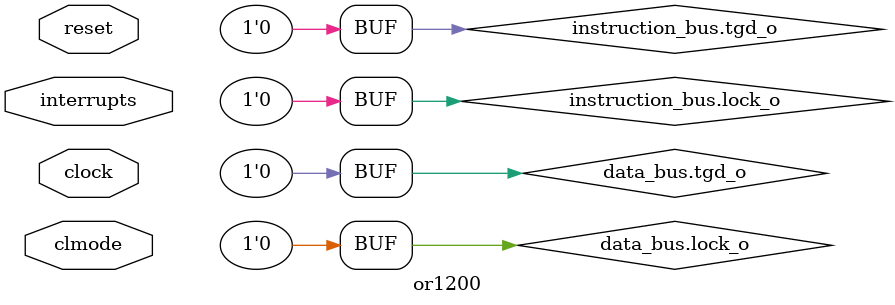
<source format=sv>

interface powerManagement;
	logic		cpustall;
	logic	[3:0]	clksd;
	logic		dc_gate;
	logic		ic_gate;
	logic		dmmu_gate;
	logic		immu_gate;
	logic		tt_gate;
	logic		cpu_gate;
	logic		wakeup;
	logic		lvolt;
	
	modport processor(
		input	cpustall,
		output	clksd,
		output	dc_gate,
		output	ic_gate,
		output	dmmu_gate,
		output	immu_gate,
		output	tt_gate,
		output	cpu_gate,
		output	wakeup,
		output	lvolt
	);
	modport peripheral(
		output	cpustall,
		input	clksd,
		input	dc_gate,
		input	ic_gate,
		input	dmmu_gate,
		input	immu_gate,
		input	tt_gate,
		input	cpu_gate,
		input	wakeup,
		input	lvolt
	);
endinterface

interface debug
#(
	parameter	ADDRESS_WIDTH =	32,
	parameter	DATA_WIDTH =	32
);
	logic		stall;// External Stall Input
	logic		ewt;// External Watchpoint Trigger Input
	logic	[3:0]	lss;// External Load/Store Unit Status
	logic	[1:0]	is;// External Insn Fetch Status
	logic	[10:0]	wp;// Watchpoints Outputs
	logic		bp;// Breakpoint Output
	logic		stb;// External Address/Data Strobe
	logic		we;// External Write Enable
	logic	[ADDRESS_WIDTH-1:0]	adr;// External Address Input
	logic	[DATA_WIDTH-1:0]	datI;// External Data Input
	logic	[DATA_WIDTH-1:0]	datO;// External Data Output
	logic		ack;// External Data Acknowledge (not WB compatible)
	
	modport processor(
		input		stall,
		input		ewt,
		output		lss,
		output		is,
		output		wp,
		output		bp,
		input		stb,
		input		we,
		input		adr,
		input		datI,
		output		datO,
		output		ack
	);
	modport peripheral(
		output		stall,
		output		ewt,
		input		lss,
		input		is,
		input		wp,
		input		bp,
		output		stb,
		output		we,
		output		adr,
		output		datI,
		input		datO,
		input		ack
	);
endinterface

module or1200 (
	//System
	input	logic		clock,
	input	logic		reset,
	input	logic	[19:0]	interrupts,
	//clmode: 00 WB=RISC, 01 WB=RISC/2, 10 N/A, 11 WB=RISC/4
	input	logic	[1:0]	clmode,
	debug.processor		debugInterface,
	wishboneMaster.master	instruction_bus,
	wishboneMaster.master	data_bus,
	powerManagement.processor pmInterface
);

or1200_top processor(
	.clk_i(clock),
	.rst_i(reset),
	.clmode_i(clmode),
	.pic_ints_i(interrupts),
	//Instruction Bus
	.iwb_clk_i	(instruction_bus.clk_i),
	.iwb_rst_i	(instruction_bus.rst_i),
	.iwb_ack_i	(instruction_bus.ack_i),
	.iwb_err_i	(instruction_bus.err_i),
	.iwb_rty_i	(instruction_bus.rty_i),
	.iwb_dat_i	(instruction_bus.dat_i),
	.iwb_cyc_o	(instruction_bus.cyc_o),
	.iwb_adr_o	(instruction_bus.adr_o),
	.iwb_stb_o	(instruction_bus.stb_o),
	.iwb_we_o	(instruction_bus.we_o),
	.iwb_sel_o	(instruction_bus.sel_o),
	.iwb_dat_o	(instruction_bus.dat_o),
	.iwb_cti_o	(instruction_bus.tgc_o[2:0]),
	.iwb_bte_o	(instruction_bus.tga_o[1:0]),
	//Instruction Bus
	.dwb_clk_i	(data_bus.clk_i),
	.dwb_rst_i	(data_bus.rst_i),
	.dwb_ack_i	(data_bus.ack_i),
	.dwb_err_i	(data_bus.err_i),
	.dwb_rty_i	(data_bus.rty_i),
	.dwb_dat_i	(data_bus.dat_i),
	.dwb_cyc_o	(data_bus.cyc_o),
	.dwb_adr_o	(data_bus.adr_o),
	.dwb_stb_o	(data_bus.stb_o),
	.dwb_we_o	(data_bus.we_o),
	.dwb_sel_o	(data_bus.sel_o),
	.dwb_dat_o	(data_bus.dat_o),
	.dwb_cti_o	(data_bus.tgc_o[2:0]),
	.dwb_bte_o	(data_bus.tga_o[1:0]),
	//Debug Interface
	.dbg_stall_i	(debugInterface.stall),
	.dbg_ewt_i	(debugInterface.ewt),
	.dbg_lss_o	(debugInterface.lss),
	.dbg_is_o	(debugInterface.is),
	.dbg_wp_o	(debugInterface.wp),
	.dbg_bp_o	(debugInterface.bp),
	.dbg_stb_i	(debugInterface.stb),
	.dbg_we_i	(debugInterface.we),
	.dbg_adr_i	(debugInterface.adr),
	.dbg_dat_i	(debugInterface.datI),
	.dbg_dat_o	(debugInterface.datO),
	.dbg_ack_o	(debugInterface.ack),
	//Power Management Interface
	.pm_cpustall_i	(pmInterface.cpustall),
	.pm_clksd_o	(pmInterface.clksd),
	.pm_dc_gate_o	(pmInterface.dc_gate),
	.pm_ic_gate_o	(pmInterface.ic_gate),
	.pm_dmmu_gate_o	(pmInterface.dmmu_gate),
	.pm_immu_gate_o	(pmInterface.immu_gate),
	.pm_tt_gate_o	(pmInterface.tt_gate),
	.pm_cpu_gate_o	(pmInterface.cpu_gate),
	.pm_wakeup_o	(pmInterface.wakeup),
	.pm_lvolt_o	(pmInterface.lvolt)
);

assign instruction_bus.tgd_o = 0;
assign instruction_bus.lock_o = 0;
assign data_bus.tgd_o = 0;
assign data_bus.lock_o = 0;

endmodule


</source>
